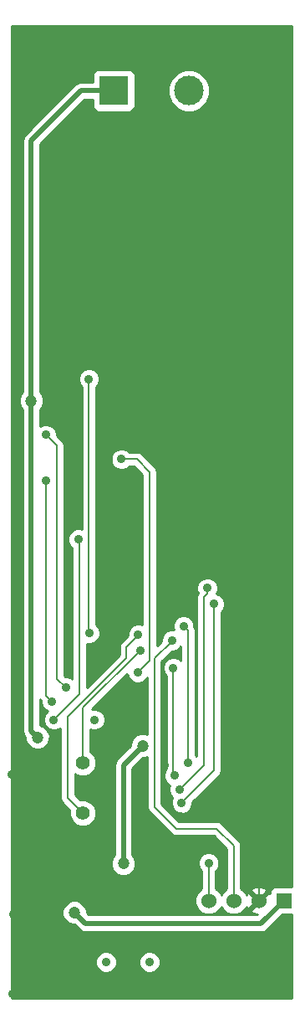
<source format=gbl>
G04 (created by PCBNEW (2013-mar-13)-testing) date Wed 12 Jun 2013 06:18:57 PM NZST*
%MOIN*%
G04 Gerber Fmt 3.4, Leading zero omitted, Abs format*
%FSLAX34Y34*%
G01*
G70*
G90*
G04 APERTURE LIST*
%ADD10C,0.005906*%
%ADD11C,0.035400*%
%ADD12R,0.118100X0.118100*%
%ADD13C,0.118100*%
%ADD14C,0.056000*%
%ADD15R,0.060000X0.060000*%
%ADD16C,0.060000*%
%ADD17C,0.047200*%
%ADD18C,0.035000*%
%ADD19C,0.019700*%
%ADD20C,0.008000*%
%ADD21C,0.010000*%
G04 APERTURE END LIST*
G54D10*
G54D11*
X21574Y-45472D03*
X19842Y-45472D03*
G54D12*
X20158Y-10787D03*
G54D13*
X23150Y-10787D03*
G54D14*
X18921Y-39541D03*
X18921Y-37541D03*
G54D15*
X26933Y-43031D03*
G54D16*
X25933Y-43031D03*
X24933Y-43031D03*
X23933Y-43031D03*
G54D17*
X21304Y-36868D03*
X20536Y-41553D03*
X17111Y-36534D03*
X16855Y-23128D03*
G54D18*
X19158Y-22262D03*
X19178Y-32380D03*
X24158Y-31219D03*
X22859Y-39132D03*
X22780Y-38600D03*
X23882Y-30589D03*
X17445Y-24486D03*
X18233Y-34545D03*
X20457Y-25451D03*
X21107Y-33935D03*
X19374Y-35825D03*
X17760Y-35825D03*
X18744Y-28640D03*
X22563Y-38049D03*
X22524Y-33758D03*
X22465Y-32675D03*
X17445Y-26317D03*
X17681Y-35096D03*
X23115Y-37537D03*
X22937Y-32104D03*
X22637Y-43228D03*
X26870Y-41417D03*
X16141Y-43582D03*
X26880Y-31811D03*
X18031Y-46732D03*
X24881Y-46771D03*
X27125Y-46771D03*
X22077Y-8455D03*
X16378Y-8504D03*
X16270Y-15551D03*
X16270Y-21703D03*
X26919Y-8504D03*
X26919Y-15453D03*
X16122Y-46752D03*
X16073Y-38002D03*
X16220Y-28405D03*
X26919Y-21752D03*
X22170Y-37656D03*
X22170Y-38502D03*
X20024Y-42045D03*
X19670Y-38581D03*
X23602Y-28317D03*
X26860Y-28356D03*
X21205Y-33069D03*
G54D17*
X18582Y-43503D03*
G54D18*
X23937Y-41535D03*
X21126Y-32439D03*
G54D19*
X21304Y-36868D02*
X20536Y-37636D01*
X20536Y-37636D02*
X20536Y-41553D01*
X17111Y-36534D02*
X16855Y-36278D01*
X16855Y-36278D02*
X16855Y-23128D01*
X18843Y-10785D02*
X20158Y-10787D01*
X16855Y-12773D02*
X18843Y-10785D01*
X16855Y-23128D02*
X16855Y-12773D01*
G54D20*
X19158Y-32360D02*
X19158Y-22262D01*
X19178Y-32380D02*
X19158Y-32360D01*
X24158Y-31219D02*
X24000Y-31219D01*
X24158Y-37833D02*
X22859Y-39132D01*
X24158Y-31219D02*
X24158Y-37833D01*
X23882Y-30589D02*
X23882Y-30805D01*
X23744Y-37636D02*
X22780Y-38600D01*
X23744Y-30943D02*
X23744Y-37636D01*
X23882Y-30805D02*
X23744Y-30943D01*
X17878Y-24919D02*
X17445Y-24486D01*
X17878Y-34190D02*
X17878Y-24919D01*
X18233Y-34545D02*
X17878Y-34190D01*
X21068Y-25451D02*
X20457Y-25451D01*
X21579Y-25962D02*
X21068Y-25451D01*
X21579Y-33463D02*
X21579Y-25962D01*
X21107Y-33935D02*
X21579Y-33463D01*
X18784Y-34801D02*
X17760Y-35825D01*
X18784Y-28680D02*
X18784Y-34801D01*
X18744Y-28640D02*
X18784Y-28680D01*
X22524Y-38010D02*
X22563Y-38049D01*
X22524Y-33758D02*
X22524Y-38010D01*
X22465Y-32675D02*
X22465Y-32692D01*
X24933Y-40838D02*
X24933Y-43031D01*
X24251Y-40157D02*
X24933Y-40838D01*
X22637Y-40157D02*
X24251Y-40157D01*
X21771Y-39291D02*
X22637Y-40157D01*
X21771Y-33385D02*
X21771Y-39291D01*
X22465Y-32692D02*
X21771Y-33385D01*
X17445Y-34860D02*
X17445Y-26317D01*
X17681Y-35096D02*
X17445Y-34860D01*
X23115Y-32282D02*
X23115Y-37537D01*
X22937Y-32104D02*
X23115Y-32282D01*
X16141Y-43582D02*
X16122Y-43582D01*
X26870Y-41417D02*
X26870Y-41555D01*
X26870Y-41555D02*
X25933Y-42492D01*
X25933Y-42492D02*
X25933Y-43031D01*
X26870Y-31821D02*
X26870Y-41417D01*
X26880Y-31811D02*
X26870Y-31821D01*
X24232Y-46752D02*
X24862Y-46752D01*
X18031Y-46732D02*
X24232Y-46752D01*
X24862Y-46752D02*
X24881Y-46771D01*
X26919Y-8504D02*
X26870Y-8455D01*
X26870Y-8455D02*
X22077Y-8455D01*
X16378Y-8504D02*
X16270Y-8612D01*
X16270Y-8612D02*
X16270Y-15551D01*
X26919Y-21752D02*
X26919Y-15453D01*
X16122Y-43582D02*
X16122Y-46752D01*
X16122Y-38051D02*
X16122Y-43582D01*
X16073Y-38002D02*
X16122Y-38051D01*
X16220Y-21753D02*
X16220Y-28405D01*
X16270Y-21703D02*
X16220Y-21753D01*
X20024Y-42045D02*
X20024Y-38935D01*
X22170Y-37656D02*
X22170Y-38502D01*
X20024Y-38935D02*
X19670Y-38581D01*
X23602Y-28317D02*
X23641Y-28356D01*
X23641Y-28356D02*
X26860Y-28356D01*
X18921Y-35590D02*
X18921Y-37541D01*
X21205Y-33069D02*
X18921Y-35353D01*
X18921Y-35353D02*
X18921Y-35590D01*
G54D19*
X26027Y-43937D02*
X26933Y-43031D01*
X19015Y-43937D02*
X26027Y-43937D01*
X18582Y-43503D02*
X19015Y-43937D01*
G54D20*
X23933Y-41539D02*
X23933Y-43031D01*
X23937Y-41535D02*
X23933Y-41539D01*
X21126Y-32459D02*
X20654Y-32931D01*
X20654Y-32931D02*
X20654Y-33364D01*
X20654Y-33364D02*
X18311Y-35707D01*
X18311Y-35707D02*
X18311Y-38931D01*
X18921Y-39541D02*
X18311Y-38931D01*
X21126Y-32439D02*
X21126Y-32459D01*
G54D10*
G36*
X27234Y-46919D02*
X22001Y-46919D01*
X22001Y-45387D01*
X21936Y-45230D01*
X21816Y-45110D01*
X21659Y-45045D01*
X21490Y-45045D01*
X21333Y-45110D01*
X21212Y-45230D01*
X21147Y-45387D01*
X21147Y-45557D01*
X21212Y-45714D01*
X21332Y-45834D01*
X21489Y-45899D01*
X21659Y-45899D01*
X21816Y-45834D01*
X21936Y-45714D01*
X22001Y-45557D01*
X22001Y-45387D01*
X22001Y-46919D01*
X20269Y-46919D01*
X20269Y-45387D01*
X20204Y-45230D01*
X20084Y-45110D01*
X19927Y-45045D01*
X19758Y-45045D01*
X19601Y-45110D01*
X19480Y-45230D01*
X19415Y-45387D01*
X19415Y-45557D01*
X19480Y-45714D01*
X19600Y-45834D01*
X19757Y-45899D01*
X19927Y-45899D01*
X20084Y-45834D01*
X20204Y-45714D01*
X20269Y-45557D01*
X20269Y-45387D01*
X20269Y-46919D01*
X16073Y-46919D01*
X16073Y-8199D01*
X27234Y-8199D01*
X27234Y-42481D01*
X27183Y-42481D01*
X26583Y-42481D01*
X26491Y-42519D01*
X26421Y-42589D01*
X26383Y-42681D01*
X26383Y-42734D01*
X26318Y-42716D01*
X26248Y-42787D01*
X26248Y-42645D01*
X26220Y-42550D01*
X26014Y-42476D01*
X25796Y-42487D01*
X25645Y-42550D01*
X25617Y-42645D01*
X25933Y-42960D01*
X26248Y-42645D01*
X26248Y-42787D01*
X26003Y-43031D01*
X26009Y-43037D01*
X25938Y-43107D01*
X25933Y-43102D01*
X25862Y-43172D01*
X25862Y-43031D01*
X25547Y-42716D01*
X25451Y-42743D01*
X25432Y-42798D01*
X25399Y-42720D01*
X25245Y-42565D01*
X25223Y-42556D01*
X25223Y-40838D01*
X25200Y-40727D01*
X25138Y-40633D01*
X24457Y-39952D01*
X24362Y-39889D01*
X24251Y-39867D01*
X22757Y-39867D01*
X22061Y-39171D01*
X22061Y-33505D01*
X22467Y-33100D01*
X22549Y-33100D01*
X22705Y-33035D01*
X22825Y-32916D01*
X22825Y-33457D01*
X22765Y-33397D01*
X22608Y-33333D01*
X22439Y-33332D01*
X22283Y-33397D01*
X22163Y-33516D01*
X22099Y-33673D01*
X22098Y-33842D01*
X22163Y-33998D01*
X22234Y-34069D01*
X22234Y-37776D01*
X22202Y-37807D01*
X22138Y-37964D01*
X22137Y-38133D01*
X22202Y-38289D01*
X22321Y-38409D01*
X22387Y-38436D01*
X22355Y-38515D01*
X22354Y-38684D01*
X22419Y-38840D01*
X22490Y-38911D01*
X22434Y-39047D01*
X22433Y-39216D01*
X22498Y-39372D01*
X22617Y-39492D01*
X22774Y-39556D01*
X22943Y-39557D01*
X23099Y-39492D01*
X23219Y-39373D01*
X23283Y-39216D01*
X23284Y-39117D01*
X24363Y-38038D01*
X24425Y-37943D01*
X24448Y-37833D01*
X24448Y-31530D01*
X24518Y-31460D01*
X24582Y-31303D01*
X24583Y-31134D01*
X24518Y-30978D01*
X24399Y-30858D01*
X24254Y-30799D01*
X24306Y-30673D01*
X24307Y-30504D01*
X24242Y-30348D01*
X24123Y-30228D01*
X23990Y-30173D01*
X23990Y-10620D01*
X23862Y-10311D01*
X23626Y-10074D01*
X23317Y-9946D01*
X22983Y-9946D01*
X22674Y-10074D01*
X22437Y-10310D01*
X22309Y-10619D01*
X22309Y-10953D01*
X22437Y-11262D01*
X22673Y-11499D01*
X22982Y-11627D01*
X23316Y-11627D01*
X23625Y-11499D01*
X23862Y-11263D01*
X23990Y-10954D01*
X23990Y-10620D01*
X23990Y-30173D01*
X23966Y-30164D01*
X23797Y-30163D01*
X23641Y-30228D01*
X23521Y-30347D01*
X23457Y-30504D01*
X23456Y-30673D01*
X23504Y-30789D01*
X23476Y-30832D01*
X23454Y-30943D01*
X23454Y-37275D01*
X23405Y-37225D01*
X23405Y-32282D01*
X23382Y-32171D01*
X23361Y-32139D01*
X23362Y-32019D01*
X23297Y-31863D01*
X23178Y-31743D01*
X23021Y-31679D01*
X22852Y-31678D01*
X22696Y-31743D01*
X22576Y-31862D01*
X22512Y-32019D01*
X22511Y-32188D01*
X22537Y-32250D01*
X22380Y-32249D01*
X22224Y-32314D01*
X22104Y-32433D01*
X22040Y-32590D01*
X22039Y-32707D01*
X21869Y-32878D01*
X21869Y-25962D01*
X21846Y-25851D01*
X21784Y-25756D01*
X21273Y-25245D01*
X21178Y-25183D01*
X21068Y-25161D01*
X20768Y-25161D01*
X20698Y-25090D01*
X20541Y-25026D01*
X20372Y-25025D01*
X20216Y-25090D01*
X20096Y-25209D01*
X20032Y-25366D01*
X20031Y-25535D01*
X20096Y-25691D01*
X20215Y-25811D01*
X20372Y-25875D01*
X20541Y-25876D01*
X20697Y-25811D01*
X20768Y-25741D01*
X20947Y-25741D01*
X21289Y-26082D01*
X21289Y-32046D01*
X21210Y-32014D01*
X21041Y-32013D01*
X20885Y-32078D01*
X20765Y-32197D01*
X20701Y-32354D01*
X20700Y-32473D01*
X20448Y-32725D01*
X20386Y-32820D01*
X20364Y-32931D01*
X20364Y-33243D01*
X19074Y-34533D01*
X19074Y-32796D01*
X19093Y-32804D01*
X19262Y-32805D01*
X19418Y-32740D01*
X19538Y-32621D01*
X19602Y-32464D01*
X19603Y-32295D01*
X19538Y-32139D01*
X19448Y-32048D01*
X19448Y-22573D01*
X19518Y-22503D01*
X19582Y-22346D01*
X19583Y-22177D01*
X19518Y-22021D01*
X19399Y-21901D01*
X19242Y-21837D01*
X19073Y-21836D01*
X18917Y-21901D01*
X18797Y-22020D01*
X18733Y-22177D01*
X18732Y-22346D01*
X18797Y-22502D01*
X18868Y-22573D01*
X18868Y-28231D01*
X18828Y-28215D01*
X18659Y-28214D01*
X18503Y-28279D01*
X18383Y-28398D01*
X18319Y-28555D01*
X18318Y-28724D01*
X18383Y-28880D01*
X18494Y-28991D01*
X18494Y-34204D01*
X18474Y-34184D01*
X18317Y-34120D01*
X18218Y-34119D01*
X18168Y-34069D01*
X18168Y-24919D01*
X18145Y-24808D01*
X18083Y-24713D01*
X17869Y-24500D01*
X17870Y-24401D01*
X17805Y-24245D01*
X17686Y-24125D01*
X17529Y-24061D01*
X17360Y-24060D01*
X17204Y-24125D01*
X17203Y-24126D01*
X17203Y-23466D01*
X17266Y-23403D01*
X17340Y-23225D01*
X17341Y-23031D01*
X17267Y-22853D01*
X17203Y-22789D01*
X17203Y-12917D01*
X18987Y-11133D01*
X19317Y-11134D01*
X19317Y-11427D01*
X19355Y-11519D01*
X19425Y-11589D01*
X19517Y-11627D01*
X19617Y-11627D01*
X20798Y-11627D01*
X20890Y-11589D01*
X20960Y-11519D01*
X20998Y-11427D01*
X20998Y-11327D01*
X20998Y-10146D01*
X20960Y-10054D01*
X20890Y-9984D01*
X20798Y-9946D01*
X20698Y-9946D01*
X19517Y-9946D01*
X19425Y-9984D01*
X19355Y-10054D01*
X19317Y-10146D01*
X19317Y-10246D01*
X19317Y-10437D01*
X18843Y-10436D01*
X18843Y-10436D01*
X18843Y-10436D01*
X18776Y-10449D01*
X18710Y-10462D01*
X18709Y-10462D01*
X18709Y-10463D01*
X18653Y-10500D01*
X18596Y-10538D01*
X18596Y-10538D01*
X18596Y-10538D01*
X16608Y-12526D01*
X16533Y-12639D01*
X16506Y-12773D01*
X16506Y-22789D01*
X16443Y-22852D01*
X16369Y-23030D01*
X16368Y-23224D01*
X16442Y-23402D01*
X16506Y-23466D01*
X16506Y-36278D01*
X16533Y-36411D01*
X16608Y-36524D01*
X16624Y-36540D01*
X16624Y-36630D01*
X16698Y-36808D01*
X16835Y-36945D01*
X17013Y-37019D01*
X17207Y-37020D01*
X17385Y-36946D01*
X17522Y-36809D01*
X17596Y-36631D01*
X17597Y-36437D01*
X17523Y-36259D01*
X17386Y-36122D01*
X17208Y-36048D01*
X17203Y-36048D01*
X17203Y-35010D01*
X17239Y-35065D01*
X17256Y-35081D01*
X17255Y-35180D01*
X17320Y-35336D01*
X17439Y-35456D01*
X17502Y-35481D01*
X17399Y-35583D01*
X17335Y-35740D01*
X17334Y-35909D01*
X17399Y-36065D01*
X17518Y-36185D01*
X17675Y-36249D01*
X17844Y-36250D01*
X18000Y-36185D01*
X18021Y-36164D01*
X18021Y-38931D01*
X18043Y-39041D01*
X18105Y-39136D01*
X18395Y-39425D01*
X18391Y-39435D01*
X18390Y-39645D01*
X18471Y-39840D01*
X18620Y-39990D01*
X18815Y-40070D01*
X19025Y-40071D01*
X19220Y-39990D01*
X19370Y-39841D01*
X19450Y-39646D01*
X19451Y-39436D01*
X19370Y-39241D01*
X19221Y-39091D01*
X19026Y-39011D01*
X18816Y-39010D01*
X18805Y-39015D01*
X18601Y-38810D01*
X18601Y-37970D01*
X18620Y-37990D01*
X18815Y-38070D01*
X19025Y-38071D01*
X19220Y-37990D01*
X19370Y-37841D01*
X19450Y-37646D01*
X19451Y-37436D01*
X19370Y-37241D01*
X19221Y-37091D01*
X19211Y-37087D01*
X19211Y-36217D01*
X19289Y-36249D01*
X19458Y-36250D01*
X19614Y-36185D01*
X19734Y-36066D01*
X19798Y-35909D01*
X19799Y-35740D01*
X19734Y-35584D01*
X19615Y-35464D01*
X19458Y-35400D01*
X19289Y-35399D01*
X19280Y-35403D01*
X20681Y-34002D01*
X20681Y-34019D01*
X20746Y-34175D01*
X20865Y-34295D01*
X21022Y-34359D01*
X21191Y-34360D01*
X21347Y-34295D01*
X21467Y-34176D01*
X21481Y-34140D01*
X21481Y-36415D01*
X21401Y-36382D01*
X21207Y-36381D01*
X21029Y-36455D01*
X20892Y-36592D01*
X20818Y-36770D01*
X20818Y-36861D01*
X20289Y-37389D01*
X20214Y-37502D01*
X20187Y-37636D01*
X20187Y-41214D01*
X20124Y-41277D01*
X20050Y-41455D01*
X20049Y-41649D01*
X20123Y-41827D01*
X20260Y-41964D01*
X20438Y-42038D01*
X20632Y-42039D01*
X20810Y-41965D01*
X20947Y-41828D01*
X21021Y-41650D01*
X21022Y-41456D01*
X20948Y-41278D01*
X20884Y-41214D01*
X20884Y-37780D01*
X21310Y-37354D01*
X21400Y-37354D01*
X21481Y-37320D01*
X21481Y-39291D01*
X21503Y-39402D01*
X21566Y-39496D01*
X22432Y-40362D01*
X22526Y-40425D01*
X22526Y-40425D01*
X22637Y-40447D01*
X24131Y-40447D01*
X24643Y-40958D01*
X24643Y-42556D01*
X24621Y-42564D01*
X24467Y-42719D01*
X24433Y-42801D01*
X24399Y-42720D01*
X24245Y-42565D01*
X24223Y-42556D01*
X24223Y-41850D01*
X24297Y-41776D01*
X24361Y-41620D01*
X24362Y-41451D01*
X24297Y-41295D01*
X24178Y-41175D01*
X24021Y-41110D01*
X23852Y-41110D01*
X23696Y-41174D01*
X23576Y-41294D01*
X23512Y-41450D01*
X23511Y-41619D01*
X23576Y-41775D01*
X23643Y-41842D01*
X23643Y-42556D01*
X23621Y-42564D01*
X23467Y-42719D01*
X23383Y-42921D01*
X23382Y-43140D01*
X23466Y-43342D01*
X23621Y-43497D01*
X23823Y-43581D01*
X24041Y-43581D01*
X24244Y-43498D01*
X24399Y-43343D01*
X24433Y-43261D01*
X24466Y-43342D01*
X24621Y-43497D01*
X24823Y-43581D01*
X25041Y-43581D01*
X25244Y-43498D01*
X25399Y-43343D01*
X25430Y-43267D01*
X25451Y-43319D01*
X25547Y-43346D01*
X25862Y-43031D01*
X25862Y-43172D01*
X25617Y-43417D01*
X25645Y-43512D01*
X25851Y-43586D01*
X25887Y-43584D01*
X25883Y-43588D01*
X19160Y-43588D01*
X19068Y-43497D01*
X19068Y-43407D01*
X18994Y-43228D01*
X18858Y-43092D01*
X18679Y-43018D01*
X18486Y-43017D01*
X18307Y-43091D01*
X18170Y-43228D01*
X18096Y-43406D01*
X18096Y-43600D01*
X18170Y-43778D01*
X18307Y-43915D01*
X18485Y-43989D01*
X18575Y-43989D01*
X18769Y-44183D01*
X18882Y-44258D01*
X18882Y-44258D01*
X19015Y-44285D01*
X26027Y-44285D01*
X26160Y-44258D01*
X26160Y-44258D01*
X26273Y-44183D01*
X26875Y-43581D01*
X27234Y-43581D01*
X27234Y-46919D01*
X27234Y-46919D01*
G37*
G54D21*
X27234Y-46919D02*
X22001Y-46919D01*
X22001Y-45387D01*
X21936Y-45230D01*
X21816Y-45110D01*
X21659Y-45045D01*
X21490Y-45045D01*
X21333Y-45110D01*
X21212Y-45230D01*
X21147Y-45387D01*
X21147Y-45557D01*
X21212Y-45714D01*
X21332Y-45834D01*
X21489Y-45899D01*
X21659Y-45899D01*
X21816Y-45834D01*
X21936Y-45714D01*
X22001Y-45557D01*
X22001Y-45387D01*
X22001Y-46919D01*
X20269Y-46919D01*
X20269Y-45387D01*
X20204Y-45230D01*
X20084Y-45110D01*
X19927Y-45045D01*
X19758Y-45045D01*
X19601Y-45110D01*
X19480Y-45230D01*
X19415Y-45387D01*
X19415Y-45557D01*
X19480Y-45714D01*
X19600Y-45834D01*
X19757Y-45899D01*
X19927Y-45899D01*
X20084Y-45834D01*
X20204Y-45714D01*
X20269Y-45557D01*
X20269Y-45387D01*
X20269Y-46919D01*
X16073Y-46919D01*
X16073Y-8199D01*
X27234Y-8199D01*
X27234Y-42481D01*
X27183Y-42481D01*
X26583Y-42481D01*
X26491Y-42519D01*
X26421Y-42589D01*
X26383Y-42681D01*
X26383Y-42734D01*
X26318Y-42716D01*
X26248Y-42787D01*
X26248Y-42645D01*
X26220Y-42550D01*
X26014Y-42476D01*
X25796Y-42487D01*
X25645Y-42550D01*
X25617Y-42645D01*
X25933Y-42960D01*
X26248Y-42645D01*
X26248Y-42787D01*
X26003Y-43031D01*
X26009Y-43037D01*
X25938Y-43107D01*
X25933Y-43102D01*
X25862Y-43172D01*
X25862Y-43031D01*
X25547Y-42716D01*
X25451Y-42743D01*
X25432Y-42798D01*
X25399Y-42720D01*
X25245Y-42565D01*
X25223Y-42556D01*
X25223Y-40838D01*
X25200Y-40727D01*
X25138Y-40633D01*
X24457Y-39952D01*
X24362Y-39889D01*
X24251Y-39867D01*
X22757Y-39867D01*
X22061Y-39171D01*
X22061Y-33505D01*
X22467Y-33100D01*
X22549Y-33100D01*
X22705Y-33035D01*
X22825Y-32916D01*
X22825Y-33457D01*
X22765Y-33397D01*
X22608Y-33333D01*
X22439Y-33332D01*
X22283Y-33397D01*
X22163Y-33516D01*
X22099Y-33673D01*
X22098Y-33842D01*
X22163Y-33998D01*
X22234Y-34069D01*
X22234Y-37776D01*
X22202Y-37807D01*
X22138Y-37964D01*
X22137Y-38133D01*
X22202Y-38289D01*
X22321Y-38409D01*
X22387Y-38436D01*
X22355Y-38515D01*
X22354Y-38684D01*
X22419Y-38840D01*
X22490Y-38911D01*
X22434Y-39047D01*
X22433Y-39216D01*
X22498Y-39372D01*
X22617Y-39492D01*
X22774Y-39556D01*
X22943Y-39557D01*
X23099Y-39492D01*
X23219Y-39373D01*
X23283Y-39216D01*
X23284Y-39117D01*
X24363Y-38038D01*
X24425Y-37943D01*
X24448Y-37833D01*
X24448Y-31530D01*
X24518Y-31460D01*
X24582Y-31303D01*
X24583Y-31134D01*
X24518Y-30978D01*
X24399Y-30858D01*
X24254Y-30799D01*
X24306Y-30673D01*
X24307Y-30504D01*
X24242Y-30348D01*
X24123Y-30228D01*
X23990Y-30173D01*
X23990Y-10620D01*
X23862Y-10311D01*
X23626Y-10074D01*
X23317Y-9946D01*
X22983Y-9946D01*
X22674Y-10074D01*
X22437Y-10310D01*
X22309Y-10619D01*
X22309Y-10953D01*
X22437Y-11262D01*
X22673Y-11499D01*
X22982Y-11627D01*
X23316Y-11627D01*
X23625Y-11499D01*
X23862Y-11263D01*
X23990Y-10954D01*
X23990Y-10620D01*
X23990Y-30173D01*
X23966Y-30164D01*
X23797Y-30163D01*
X23641Y-30228D01*
X23521Y-30347D01*
X23457Y-30504D01*
X23456Y-30673D01*
X23504Y-30789D01*
X23476Y-30832D01*
X23454Y-30943D01*
X23454Y-37275D01*
X23405Y-37225D01*
X23405Y-32282D01*
X23382Y-32171D01*
X23361Y-32139D01*
X23362Y-32019D01*
X23297Y-31863D01*
X23178Y-31743D01*
X23021Y-31679D01*
X22852Y-31678D01*
X22696Y-31743D01*
X22576Y-31862D01*
X22512Y-32019D01*
X22511Y-32188D01*
X22537Y-32250D01*
X22380Y-32249D01*
X22224Y-32314D01*
X22104Y-32433D01*
X22040Y-32590D01*
X22039Y-32707D01*
X21869Y-32878D01*
X21869Y-25962D01*
X21846Y-25851D01*
X21784Y-25756D01*
X21273Y-25245D01*
X21178Y-25183D01*
X21068Y-25161D01*
X20768Y-25161D01*
X20698Y-25090D01*
X20541Y-25026D01*
X20372Y-25025D01*
X20216Y-25090D01*
X20096Y-25209D01*
X20032Y-25366D01*
X20031Y-25535D01*
X20096Y-25691D01*
X20215Y-25811D01*
X20372Y-25875D01*
X20541Y-25876D01*
X20697Y-25811D01*
X20768Y-25741D01*
X20947Y-25741D01*
X21289Y-26082D01*
X21289Y-32046D01*
X21210Y-32014D01*
X21041Y-32013D01*
X20885Y-32078D01*
X20765Y-32197D01*
X20701Y-32354D01*
X20700Y-32473D01*
X20448Y-32725D01*
X20386Y-32820D01*
X20364Y-32931D01*
X20364Y-33243D01*
X19074Y-34533D01*
X19074Y-32796D01*
X19093Y-32804D01*
X19262Y-32805D01*
X19418Y-32740D01*
X19538Y-32621D01*
X19602Y-32464D01*
X19603Y-32295D01*
X19538Y-32139D01*
X19448Y-32048D01*
X19448Y-22573D01*
X19518Y-22503D01*
X19582Y-22346D01*
X19583Y-22177D01*
X19518Y-22021D01*
X19399Y-21901D01*
X19242Y-21837D01*
X19073Y-21836D01*
X18917Y-21901D01*
X18797Y-22020D01*
X18733Y-22177D01*
X18732Y-22346D01*
X18797Y-22502D01*
X18868Y-22573D01*
X18868Y-28231D01*
X18828Y-28215D01*
X18659Y-28214D01*
X18503Y-28279D01*
X18383Y-28398D01*
X18319Y-28555D01*
X18318Y-28724D01*
X18383Y-28880D01*
X18494Y-28991D01*
X18494Y-34204D01*
X18474Y-34184D01*
X18317Y-34120D01*
X18218Y-34119D01*
X18168Y-34069D01*
X18168Y-24919D01*
X18145Y-24808D01*
X18083Y-24713D01*
X17869Y-24500D01*
X17870Y-24401D01*
X17805Y-24245D01*
X17686Y-24125D01*
X17529Y-24061D01*
X17360Y-24060D01*
X17204Y-24125D01*
X17203Y-24126D01*
X17203Y-23466D01*
X17266Y-23403D01*
X17340Y-23225D01*
X17341Y-23031D01*
X17267Y-22853D01*
X17203Y-22789D01*
X17203Y-12917D01*
X18987Y-11133D01*
X19317Y-11134D01*
X19317Y-11427D01*
X19355Y-11519D01*
X19425Y-11589D01*
X19517Y-11627D01*
X19617Y-11627D01*
X20798Y-11627D01*
X20890Y-11589D01*
X20960Y-11519D01*
X20998Y-11427D01*
X20998Y-11327D01*
X20998Y-10146D01*
X20960Y-10054D01*
X20890Y-9984D01*
X20798Y-9946D01*
X20698Y-9946D01*
X19517Y-9946D01*
X19425Y-9984D01*
X19355Y-10054D01*
X19317Y-10146D01*
X19317Y-10246D01*
X19317Y-10437D01*
X18843Y-10436D01*
X18843Y-10436D01*
X18843Y-10436D01*
X18776Y-10449D01*
X18710Y-10462D01*
X18709Y-10462D01*
X18709Y-10463D01*
X18653Y-10500D01*
X18596Y-10538D01*
X18596Y-10538D01*
X18596Y-10538D01*
X16608Y-12526D01*
X16533Y-12639D01*
X16506Y-12773D01*
X16506Y-22789D01*
X16443Y-22852D01*
X16369Y-23030D01*
X16368Y-23224D01*
X16442Y-23402D01*
X16506Y-23466D01*
X16506Y-36278D01*
X16533Y-36411D01*
X16608Y-36524D01*
X16624Y-36540D01*
X16624Y-36630D01*
X16698Y-36808D01*
X16835Y-36945D01*
X17013Y-37019D01*
X17207Y-37020D01*
X17385Y-36946D01*
X17522Y-36809D01*
X17596Y-36631D01*
X17597Y-36437D01*
X17523Y-36259D01*
X17386Y-36122D01*
X17208Y-36048D01*
X17203Y-36048D01*
X17203Y-35010D01*
X17239Y-35065D01*
X17256Y-35081D01*
X17255Y-35180D01*
X17320Y-35336D01*
X17439Y-35456D01*
X17502Y-35481D01*
X17399Y-35583D01*
X17335Y-35740D01*
X17334Y-35909D01*
X17399Y-36065D01*
X17518Y-36185D01*
X17675Y-36249D01*
X17844Y-36250D01*
X18000Y-36185D01*
X18021Y-36164D01*
X18021Y-38931D01*
X18043Y-39041D01*
X18105Y-39136D01*
X18395Y-39425D01*
X18391Y-39435D01*
X18390Y-39645D01*
X18471Y-39840D01*
X18620Y-39990D01*
X18815Y-40070D01*
X19025Y-40071D01*
X19220Y-39990D01*
X19370Y-39841D01*
X19450Y-39646D01*
X19451Y-39436D01*
X19370Y-39241D01*
X19221Y-39091D01*
X19026Y-39011D01*
X18816Y-39010D01*
X18805Y-39015D01*
X18601Y-38810D01*
X18601Y-37970D01*
X18620Y-37990D01*
X18815Y-38070D01*
X19025Y-38071D01*
X19220Y-37990D01*
X19370Y-37841D01*
X19450Y-37646D01*
X19451Y-37436D01*
X19370Y-37241D01*
X19221Y-37091D01*
X19211Y-37087D01*
X19211Y-36217D01*
X19289Y-36249D01*
X19458Y-36250D01*
X19614Y-36185D01*
X19734Y-36066D01*
X19798Y-35909D01*
X19799Y-35740D01*
X19734Y-35584D01*
X19615Y-35464D01*
X19458Y-35400D01*
X19289Y-35399D01*
X19280Y-35403D01*
X20681Y-34002D01*
X20681Y-34019D01*
X20746Y-34175D01*
X20865Y-34295D01*
X21022Y-34359D01*
X21191Y-34360D01*
X21347Y-34295D01*
X21467Y-34176D01*
X21481Y-34140D01*
X21481Y-36415D01*
X21401Y-36382D01*
X21207Y-36381D01*
X21029Y-36455D01*
X20892Y-36592D01*
X20818Y-36770D01*
X20818Y-36861D01*
X20289Y-37389D01*
X20214Y-37502D01*
X20187Y-37636D01*
X20187Y-41214D01*
X20124Y-41277D01*
X20050Y-41455D01*
X20049Y-41649D01*
X20123Y-41827D01*
X20260Y-41964D01*
X20438Y-42038D01*
X20632Y-42039D01*
X20810Y-41965D01*
X20947Y-41828D01*
X21021Y-41650D01*
X21022Y-41456D01*
X20948Y-41278D01*
X20884Y-41214D01*
X20884Y-37780D01*
X21310Y-37354D01*
X21400Y-37354D01*
X21481Y-37320D01*
X21481Y-39291D01*
X21503Y-39402D01*
X21566Y-39496D01*
X22432Y-40362D01*
X22526Y-40425D01*
X22526Y-40425D01*
X22637Y-40447D01*
X24131Y-40447D01*
X24643Y-40958D01*
X24643Y-42556D01*
X24621Y-42564D01*
X24467Y-42719D01*
X24433Y-42801D01*
X24399Y-42720D01*
X24245Y-42565D01*
X24223Y-42556D01*
X24223Y-41850D01*
X24297Y-41776D01*
X24361Y-41620D01*
X24362Y-41451D01*
X24297Y-41295D01*
X24178Y-41175D01*
X24021Y-41110D01*
X23852Y-41110D01*
X23696Y-41174D01*
X23576Y-41294D01*
X23512Y-41450D01*
X23511Y-41619D01*
X23576Y-41775D01*
X23643Y-41842D01*
X23643Y-42556D01*
X23621Y-42564D01*
X23467Y-42719D01*
X23383Y-42921D01*
X23382Y-43140D01*
X23466Y-43342D01*
X23621Y-43497D01*
X23823Y-43581D01*
X24041Y-43581D01*
X24244Y-43498D01*
X24399Y-43343D01*
X24433Y-43261D01*
X24466Y-43342D01*
X24621Y-43497D01*
X24823Y-43581D01*
X25041Y-43581D01*
X25244Y-43498D01*
X25399Y-43343D01*
X25430Y-43267D01*
X25451Y-43319D01*
X25547Y-43346D01*
X25862Y-43031D01*
X25862Y-43172D01*
X25617Y-43417D01*
X25645Y-43512D01*
X25851Y-43586D01*
X25887Y-43584D01*
X25883Y-43588D01*
X19160Y-43588D01*
X19068Y-43497D01*
X19068Y-43407D01*
X18994Y-43228D01*
X18858Y-43092D01*
X18679Y-43018D01*
X18486Y-43017D01*
X18307Y-43091D01*
X18170Y-43228D01*
X18096Y-43406D01*
X18096Y-43600D01*
X18170Y-43778D01*
X18307Y-43915D01*
X18485Y-43989D01*
X18575Y-43989D01*
X18769Y-44183D01*
X18882Y-44258D01*
X18882Y-44258D01*
X19015Y-44285D01*
X26027Y-44285D01*
X26160Y-44258D01*
X26160Y-44258D01*
X26273Y-44183D01*
X26875Y-43581D01*
X27234Y-43581D01*
X27234Y-46919D01*
M02*

</source>
